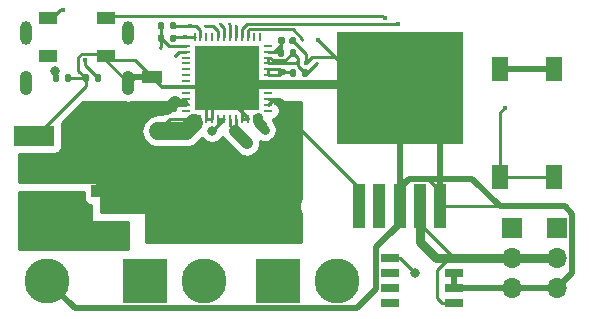
<source format=gbr>
G04 #@! TF.GenerationSoftware,KiCad,Pcbnew,(5.1.9)-1*
G04 #@! TF.CreationDate,2021-07-07T12:50:41-04:00*
G04 #@! TF.ProjectId,ESC_5A,4553435f-3541-42e6-9b69-6361645f7063,rev?*
G04 #@! TF.SameCoordinates,Original*
G04 #@! TF.FileFunction,Copper,L1,Top*
G04 #@! TF.FilePolarity,Positive*
%FSLAX46Y46*%
G04 Gerber Fmt 4.6, Leading zero omitted, Abs format (unit mm)*
G04 Created by KiCad (PCBNEW (5.1.9)-1) date 2021-07-07 12:50:41*
%MOMM*%
%LPD*%
G01*
G04 APERTURE LIST*
G04 #@! TA.AperFunction,SMDPad,CuDef*
%ADD10R,1.890000X1.140000*%
G04 #@! TD*
G04 #@! TA.AperFunction,ComponentPad*
%ADD11O,1.700000X1.700000*%
G04 #@! TD*
G04 #@! TA.AperFunction,ComponentPad*
%ADD12R,1.700000X1.700000*%
G04 #@! TD*
G04 #@! TA.AperFunction,SMDPad,CuDef*
%ADD13R,5.499999X5.499999*%
G04 #@! TD*
G04 #@! TA.AperFunction,SMDPad,CuDef*
%ADD14R,0.199200X0.704800*%
G04 #@! TD*
G04 #@! TA.AperFunction,SMDPad,CuDef*
%ADD15R,0.704800X0.199200*%
G04 #@! TD*
G04 #@! TA.AperFunction,SMDPad,CuDef*
%ADD16R,1.400000X2.100000*%
G04 #@! TD*
G04 #@! TA.AperFunction,ComponentPad*
%ADD17C,3.800000*%
G04 #@! TD*
G04 #@! TA.AperFunction,ComponentPad*
%ADD18R,3.800000X3.800000*%
G04 #@! TD*
G04 #@! TA.AperFunction,ComponentPad*
%ADD19O,1.050000X2.100000*%
G04 #@! TD*
G04 #@! TA.AperFunction,ComponentPad*
%ADD20O,1.000000X2.000000*%
G04 #@! TD*
G04 #@! TA.AperFunction,SMDPad,CuDef*
%ADD21R,10.750000X9.450000*%
G04 #@! TD*
G04 #@! TA.AperFunction,SMDPad,CuDef*
%ADD22R,1.000000X3.800000*%
G04 #@! TD*
G04 #@! TA.AperFunction,SMDPad,CuDef*
%ADD23R,1.500000X0.650000*%
G04 #@! TD*
G04 #@! TA.AperFunction,SMDPad,CuDef*
%ADD24R,1.500000X1.000000*%
G04 #@! TD*
G04 #@! TA.AperFunction,SMDPad,CuDef*
%ADD25R,0.460000X0.420000*%
G04 #@! TD*
G04 #@! TA.AperFunction,SMDPad,CuDef*
%ADD26R,3.400000X1.800000*%
G04 #@! TD*
G04 #@! TA.AperFunction,SMDPad,CuDef*
%ADD27R,1.820000X1.070000*%
G04 #@! TD*
G04 #@! TA.AperFunction,ViaPad*
%ADD28C,0.400000*%
G04 #@! TD*
G04 #@! TA.AperFunction,ViaPad*
%ADD29C,0.800000*%
G04 #@! TD*
G04 #@! TA.AperFunction,ViaPad*
%ADD30C,0.200000*%
G04 #@! TD*
G04 #@! TA.AperFunction,Conductor*
%ADD31C,0.250000*%
G04 #@! TD*
G04 #@! TA.AperFunction,Conductor*
%ADD32C,0.500000*%
G04 #@! TD*
G04 #@! TA.AperFunction,Conductor*
%ADD33C,0.750000*%
G04 #@! TD*
G04 #@! TA.AperFunction,Conductor*
%ADD34C,1.000000*%
G04 #@! TD*
G04 #@! TA.AperFunction,Conductor*
%ADD35C,1.500000*%
G04 #@! TD*
G04 #@! TA.AperFunction,Conductor*
%ADD36C,0.254000*%
G04 #@! TD*
G04 #@! TA.AperFunction,Conductor*
%ADD37C,0.100000*%
G04 #@! TD*
G04 APERTURE END LIST*
D10*
G04 #@! TO.P,Z1,2*
G04 #@! TO.N,PWR_IN*
X134855000Y-157910000D03*
G04 #@! TO.P,Z1,1*
G04 #@! TO.N,PWR*
X134855000Y-153710000D03*
G04 #@! TD*
D11*
G04 #@! TO.P,J6,3*
G04 #@! TO.N,GND*
X173355000Y-161925000D03*
G04 #@! TO.P,J6,2*
G04 #@! TO.N,+5V*
X173355000Y-159385000D03*
D12*
G04 #@! TO.P,J6,1*
G04 #@! TO.N,PPM_2*
X173355000Y-156845000D03*
G04 #@! TD*
D13*
G04 #@! TO.P,U1,49*
G04 #@! TO.N,GND*
X145415000Y-144145000D03*
D14*
G04 #@! TO.P,U1,48*
G04 #@! TO.N,LO2*
X142665000Y-140692602D03*
G04 #@! TO.P,U1,47*
G04 #@! TO.N,LO1*
X143164999Y-140692602D03*
G04 #@! TO.P,U1,46*
G04 #@! TO.N,Net-(U1-Pad46)*
X143665001Y-140692602D03*
G04 #@! TO.P,U1,45*
G04 #@! TO.N,Net-(U1-Pad45)*
X144165000Y-140692602D03*
G04 #@! TO.P,U1,44*
G04 #@! TO.N,INB2*
X144664999Y-140692602D03*
G04 #@! TO.P,U1,43*
G04 #@! TO.N,INB1*
X145165000Y-140692602D03*
G04 #@! TO.P,U1,42*
G04 #@! TO.N,INA2*
X145665000Y-140692602D03*
G04 #@! TO.P,U1,41*
G04 #@! TO.N,INA1*
X146165001Y-140692602D03*
G04 #@! TO.P,U1,40*
G04 #@! TO.N,PWMB*
X146665000Y-140692602D03*
G04 #@! TO.P,U1,39*
G04 #@! TO.N,PWMA*
X147164999Y-140692602D03*
G04 #@! TO.P,U1,38*
G04 #@! TO.N,Net-(U1-Pad38)*
X147665001Y-140692602D03*
G04 #@! TO.P,U1,37*
G04 #@! TO.N,Net-(U1-Pad37)*
X148165000Y-140692602D03*
D15*
G04 #@! TO.P,U1,36*
G04 #@! TO.N,Net-(U1-Pad36)*
X148867398Y-141395000D03*
G04 #@! TO.P,U1,35*
G04 #@! TO.N,OSCM*
X148867398Y-141894999D03*
G04 #@! TO.P,U1,34*
G04 #@! TO.N,TBLKAB*
X148867398Y-142395001D03*
G04 #@! TO.P,U1,33*
X148867398Y-142895000D03*
G04 #@! TO.P,U1,32*
G04 #@! TO.N,VREF*
X148867398Y-143394999D03*
G04 #@! TO.P,U1,31*
X148867398Y-143895000D03*
G04 #@! TO.P,U1,30*
G04 #@! TO.N,GND*
X148867398Y-144395000D03*
G04 #@! TO.P,U1,29*
X148867398Y-144895001D03*
G04 #@! TO.P,U1,28*
G04 #@! TO.N,Net-(U1-Pad28)*
X148867398Y-145395000D03*
G04 #@! TO.P,U1,27*
G04 #@! TO.N,PWR*
X148867398Y-145894999D03*
G04 #@! TO.P,U1,26*
X148867398Y-146395001D03*
G04 #@! TO.P,U1,25*
G04 #@! TO.N,Net-(U1-Pad25)*
X148867398Y-146895000D03*
D14*
G04 #@! TO.P,U1,24*
G04 #@! TO.N,MotorB_Neg*
X148165000Y-147597398D03*
G04 #@! TO.P,U1,23*
X147665001Y-147597398D03*
G04 #@! TO.P,U1,22*
G04 #@! TO.N,GND*
X147164999Y-147597398D03*
G04 #@! TO.P,U1,21*
X146665000Y-147597398D03*
G04 #@! TO.P,U1,20*
G04 #@! TO.N,ADC_VREFB*
X146165001Y-147597398D03*
G04 #@! TO.P,U1,19*
X145665000Y-147597398D03*
G04 #@! TO.P,U1,18*
G04 #@! TO.N,ADC_MUX_GND*
X145165000Y-147597398D03*
G04 #@! TO.P,U1,17*
X144664999Y-147597398D03*
G04 #@! TO.P,U1,16*
G04 #@! TO.N,GND*
X144165000Y-147597398D03*
G04 #@! TO.P,U1,15*
X143665001Y-147597398D03*
G04 #@! TO.P,U1,14*
G04 #@! TO.N,ADC_VREFA*
X143164999Y-147597398D03*
G04 #@! TO.P,U1,13*
X142665000Y-147597398D03*
D15*
G04 #@! TO.P,U1,12*
G04 #@! TO.N,Net-(U1-Pad12)*
X141962602Y-146895000D03*
G04 #@! TO.P,U1,11*
G04 #@! TO.N,PWR*
X141962602Y-146395001D03*
G04 #@! TO.P,U1,10*
X141962602Y-145894999D03*
G04 #@! TO.P,U1,9*
G04 #@! TO.N,Net-(U1-Pad9)*
X141962602Y-145395000D03*
G04 #@! TO.P,U1,8*
G04 #@! TO.N,GND*
X141962602Y-144895001D03*
G04 #@! TO.P,U1,7*
G04 #@! TO.N,Net-(U1-Pad7)*
X141962602Y-144395000D03*
G04 #@! TO.P,U1,6*
G04 #@! TO.N,Net-(U1-Pad6)*
X141962602Y-143895000D03*
G04 #@! TO.P,U1,5*
G04 #@! TO.N,Net-(U1-Pad5)*
X141962602Y-143394999D03*
G04 #@! TO.P,U1,4*
G04 #@! TO.N,Net-(U1-Pad4)*
X141962602Y-142895000D03*
G04 #@! TO.P,U1,3*
G04 #@! TO.N,Net-(U1-Pad3)*
X141962602Y-142395001D03*
G04 #@! TO.P,U1,2*
G04 #@! TO.N,HBMODE*
X141962602Y-141894999D03*
G04 #@! TO.P,U1,1*
G04 #@! TO.N,TBLKAB*
X141962602Y-141395000D03*
G04 #@! TD*
D16*
G04 #@! TO.P,S1,4*
G04 #@! TO.N,NRST*
X168565000Y-152505000D03*
G04 #@! TO.P,S1,3*
G04 #@! TO.N,GND*
X168565000Y-143405000D03*
G04 #@! TO.P,S1,2*
G04 #@! TO.N,NRST*
X173065000Y-152505000D03*
G04 #@! TO.P,S1,1*
G04 #@! TO.N,GND*
X173065000Y-143405000D03*
G04 #@! TD*
G04 #@! TO.P,R12,2*
G04 #@! TO.N,LO2*
G04 #@! TA.AperFunction,SMDPad,CuDef*
G36*
G01*
X140575000Y-140955000D02*
X140575000Y-140585000D01*
G75*
G02*
X140710000Y-140450000I135000J0D01*
G01*
X140980000Y-140450000D01*
G75*
G02*
X141115000Y-140585000I0J-135000D01*
G01*
X141115000Y-140955000D01*
G75*
G02*
X140980000Y-141090000I-135000J0D01*
G01*
X140710000Y-141090000D01*
G75*
G02*
X140575000Y-140955000I0J135000D01*
G01*
G37*
G04 #@! TD.AperFunction*
G04 #@! TO.P,R12,1*
G04 #@! TO.N,TBLKAB*
G04 #@! TA.AperFunction,SMDPad,CuDef*
G36*
G01*
X139555000Y-140955000D02*
X139555000Y-140585000D01*
G75*
G02*
X139690000Y-140450000I135000J0D01*
G01*
X139960000Y-140450000D01*
G75*
G02*
X140095000Y-140585000I0J-135000D01*
G01*
X140095000Y-140955000D01*
G75*
G02*
X139960000Y-141090000I-135000J0D01*
G01*
X139690000Y-141090000D01*
G75*
G02*
X139555000Y-140955000I0J135000D01*
G01*
G37*
G04 #@! TD.AperFunction*
G04 #@! TD*
G04 #@! TO.P,R11,2*
G04 #@! TO.N,LO1*
G04 #@! TA.AperFunction,SMDPad,CuDef*
G36*
G01*
X140575000Y-139885000D02*
X140575000Y-139515000D01*
G75*
G02*
X140710000Y-139380000I135000J0D01*
G01*
X140980000Y-139380000D01*
G75*
G02*
X141115000Y-139515000I0J-135000D01*
G01*
X141115000Y-139885000D01*
G75*
G02*
X140980000Y-140020000I-135000J0D01*
G01*
X140710000Y-140020000D01*
G75*
G02*
X140575000Y-139885000I0J135000D01*
G01*
G37*
G04 #@! TD.AperFunction*
G04 #@! TO.P,R11,1*
G04 #@! TO.N,TBLKAB*
G04 #@! TA.AperFunction,SMDPad,CuDef*
G36*
G01*
X139555000Y-139885000D02*
X139555000Y-139515000D01*
G75*
G02*
X139690000Y-139380000I135000J0D01*
G01*
X139960000Y-139380000D01*
G75*
G02*
X140095000Y-139515000I0J-135000D01*
G01*
X140095000Y-139885000D01*
G75*
G02*
X139960000Y-140020000I-135000J0D01*
G01*
X139690000Y-140020000D01*
G75*
G02*
X139555000Y-139885000I0J135000D01*
G01*
G37*
G04 #@! TD.AperFunction*
G04 #@! TD*
G04 #@! TO.P,R10,2*
G04 #@! TO.N,VREF*
G04 #@! TA.AperFunction,SMDPad,CuDef*
G36*
G01*
X150245000Y-143905000D02*
X149875000Y-143905000D01*
G75*
G02*
X149740000Y-143770000I0J135000D01*
G01*
X149740000Y-143500000D01*
G75*
G02*
X149875000Y-143365000I135000J0D01*
G01*
X150245000Y-143365000D01*
G75*
G02*
X150380000Y-143500000I0J-135000D01*
G01*
X150380000Y-143770000D01*
G75*
G02*
X150245000Y-143905000I-135000J0D01*
G01*
G37*
G04 #@! TD.AperFunction*
G04 #@! TO.P,R10,1*
G04 #@! TO.N,GND*
G04 #@! TA.AperFunction,SMDPad,CuDef*
G36*
G01*
X150245000Y-144925000D02*
X149875000Y-144925000D01*
G75*
G02*
X149740000Y-144790000I0J135000D01*
G01*
X149740000Y-144520000D01*
G75*
G02*
X149875000Y-144385000I135000J0D01*
G01*
X150245000Y-144385000D01*
G75*
G02*
X150380000Y-144520000I0J-135000D01*
G01*
X150380000Y-144790000D01*
G75*
G02*
X150245000Y-144925000I-135000J0D01*
G01*
G37*
G04 #@! TD.AperFunction*
G04 #@! TD*
G04 #@! TO.P,R8,2*
G04 #@! TO.N,TBLKAB*
G04 #@! TA.AperFunction,SMDPad,CuDef*
G36*
G01*
X151755000Y-143895000D02*
X151755000Y-143525000D01*
G75*
G02*
X151890000Y-143390000I135000J0D01*
G01*
X152160000Y-143390000D01*
G75*
G02*
X152295000Y-143525000I0J-135000D01*
G01*
X152295000Y-143895000D01*
G75*
G02*
X152160000Y-144030000I-135000J0D01*
G01*
X151890000Y-144030000D01*
G75*
G02*
X151755000Y-143895000I0J135000D01*
G01*
G37*
G04 #@! TD.AperFunction*
G04 #@! TO.P,R8,1*
G04 #@! TO.N,VREF*
G04 #@! TA.AperFunction,SMDPad,CuDef*
G36*
G01*
X150735000Y-143895000D02*
X150735000Y-143525000D01*
G75*
G02*
X150870000Y-143390000I135000J0D01*
G01*
X151140000Y-143390000D01*
G75*
G02*
X151275000Y-143525000I0J-135000D01*
G01*
X151275000Y-143895000D01*
G75*
G02*
X151140000Y-144030000I-135000J0D01*
G01*
X150870000Y-144030000D01*
G75*
G02*
X150735000Y-143895000I0J135000D01*
G01*
G37*
G04 #@! TD.AperFunction*
G04 #@! TD*
G04 #@! TO.P,R5,2*
G04 #@! TO.N,TBLKAB*
G04 #@! TA.AperFunction,SMDPad,CuDef*
G36*
G01*
X150735000Y-142175000D02*
X150735000Y-141805000D01*
G75*
G02*
X150870000Y-141670000I135000J0D01*
G01*
X151140000Y-141670000D01*
G75*
G02*
X151275000Y-141805000I0J-135000D01*
G01*
X151275000Y-142175000D01*
G75*
G02*
X151140000Y-142310000I-135000J0D01*
G01*
X150870000Y-142310000D01*
G75*
G02*
X150735000Y-142175000I0J135000D01*
G01*
G37*
G04 #@! TD.AperFunction*
G04 #@! TO.P,R5,1*
G04 #@! TO.N,OSCM*
G04 #@! TA.AperFunction,SMDPad,CuDef*
G36*
G01*
X149715000Y-142175000D02*
X149715000Y-141805000D01*
G75*
G02*
X149850000Y-141670000I135000J0D01*
G01*
X150120000Y-141670000D01*
G75*
G02*
X150255000Y-141805000I0J-135000D01*
G01*
X150255000Y-142175000D01*
G75*
G02*
X150120000Y-142310000I-135000J0D01*
G01*
X149850000Y-142310000D01*
G75*
G02*
X149715000Y-142175000I0J135000D01*
G01*
G37*
G04 #@! TD.AperFunction*
G04 #@! TD*
G04 #@! TO.P,R3,2*
G04 #@! TO.N,GND*
G04 #@! TA.AperFunction,SMDPad,CuDef*
G36*
G01*
X133745000Y-143960000D02*
X133745000Y-144330000D01*
G75*
G02*
X133610000Y-144465000I-135000J0D01*
G01*
X133340000Y-144465000D01*
G75*
G02*
X133205000Y-144330000I0J135000D01*
G01*
X133205000Y-143960000D01*
G75*
G02*
X133340000Y-143825000I135000J0D01*
G01*
X133610000Y-143825000D01*
G75*
G02*
X133745000Y-143960000I0J-135000D01*
G01*
G37*
G04 #@! TD.AperFunction*
G04 #@! TO.P,R3,1*
G04 #@! TO.N,Net-(J1-PadB5)*
G04 #@! TA.AperFunction,SMDPad,CuDef*
G36*
G01*
X134765000Y-143960000D02*
X134765000Y-144330000D01*
G75*
G02*
X134630000Y-144465000I-135000J0D01*
G01*
X134360000Y-144465000D01*
G75*
G02*
X134225000Y-144330000I0J135000D01*
G01*
X134225000Y-143960000D01*
G75*
G02*
X134360000Y-143825000I135000J0D01*
G01*
X134630000Y-143825000D01*
G75*
G02*
X134765000Y-143960000I0J-135000D01*
G01*
G37*
G04 #@! TD.AperFunction*
G04 #@! TD*
G04 #@! TO.P,R1,2*
G04 #@! TO.N,GND*
G04 #@! TA.AperFunction,SMDPad,CuDef*
G36*
G01*
X131685000Y-144330000D02*
X131685000Y-143960000D01*
G75*
G02*
X131820000Y-143825000I135000J0D01*
G01*
X132090000Y-143825000D01*
G75*
G02*
X132225000Y-143960000I0J-135000D01*
G01*
X132225000Y-144330000D01*
G75*
G02*
X132090000Y-144465000I-135000J0D01*
G01*
X131820000Y-144465000D01*
G75*
G02*
X131685000Y-144330000I0J135000D01*
G01*
G37*
G04 #@! TD.AperFunction*
G04 #@! TO.P,R1,1*
G04 #@! TO.N,Net-(J1-PadA5)*
G04 #@! TA.AperFunction,SMDPad,CuDef*
G36*
G01*
X130665000Y-144330000D02*
X130665000Y-143960000D01*
G75*
G02*
X130800000Y-143825000I135000J0D01*
G01*
X131070000Y-143825000D01*
G75*
G02*
X131205000Y-143960000I0J-135000D01*
G01*
X131205000Y-144330000D01*
G75*
G02*
X131070000Y-144465000I-135000J0D01*
G01*
X130800000Y-144465000D01*
G75*
G02*
X130665000Y-144330000I0J135000D01*
G01*
G37*
G04 #@! TD.AperFunction*
G04 #@! TD*
D17*
G04 #@! TO.P,J5,2*
G04 #@! TO.N,GND*
X130175000Y-161310000D03*
D18*
G04 #@! TO.P,J5,1*
G04 #@! TO.N,PWR_IN*
X130175000Y-156310000D03*
G04 #@! TD*
D17*
G04 #@! TO.P,J4,2*
G04 #@! TO.N,MotorB_Neg*
X154760000Y-161290000D03*
D18*
G04 #@! TO.P,J4,1*
G04 #@! TO.N,ADC_2*
X149760000Y-161290000D03*
G04 #@! TD*
D17*
G04 #@! TO.P,J3,2*
G04 #@! TO.N,ADC_3*
X143430000Y-161290000D03*
D18*
G04 #@! TO.P,J3,1*
G04 #@! TO.N,ADC_1*
X138430000Y-161290000D03*
G04 #@! TD*
D11*
G04 #@! TO.P,J2,3*
G04 #@! TO.N,GND*
X169545000Y-161925000D03*
G04 #@! TO.P,J2,2*
G04 #@! TO.N,+5V*
X169545000Y-159385000D03*
D12*
G04 #@! TO.P,J2,1*
G04 #@! TO.N,PPM_1*
X169545000Y-156845000D03*
G04 #@! TD*
D19*
G04 #@! TO.P,J1,S4*
G04 #@! TO.N,GND*
X137035000Y-144515000D03*
G04 #@! TO.P,J1,S1*
X128395000Y-144515000D03*
D20*
G04 #@! TO.P,J1,S3*
X137035000Y-140335000D03*
G04 #@! TO.P,J1,S2*
X128395000Y-140335000D03*
G04 #@! TD*
D21*
G04 #@! TO.P,IC3,6*
G04 #@! TO.N,GND*
X160020000Y-145002000D03*
D22*
G04 #@! TO.P,IC3,5*
X163420000Y-155002000D03*
G04 #@! TO.P,IC3,4*
G04 #@! TO.N,+5V*
X161720000Y-155002000D03*
G04 #@! TO.P,IC3,3*
G04 #@! TO.N,GND*
X160020000Y-155002000D03*
G04 #@! TO.P,IC3,2*
G04 #@! TO.N,Net-(D2-Pad1)*
X158320000Y-155002000D03*
G04 #@! TO.P,IC3,1*
G04 #@! TO.N,PWR*
X156620000Y-155002000D03*
G04 #@! TD*
D23*
G04 #@! TO.P,IC2,8*
G04 #@! TO.N,+5V*
X164625000Y-159385000D03*
G04 #@! TO.P,IC2,7*
G04 #@! TO.N,GND*
X164625000Y-160655000D03*
G04 #@! TO.P,IC2,6*
X164625000Y-161925000D03*
G04 #@! TO.P,IC2,5*
G04 #@! TO.N,+5V*
X164625000Y-163195000D03*
G04 #@! TO.P,IC2,4*
G04 #@! TO.N,Net-(IC2-Pad4)*
X159225000Y-163195000D03*
G04 #@! TO.P,IC2,3*
G04 #@! TO.N,Net-(IC2-Pad3)*
X159225000Y-161925000D03*
G04 #@! TO.P,IC2,2*
G04 #@! TO.N,Net-(IC2-Pad2)*
X159225000Y-160655000D03*
G04 #@! TO.P,IC2,1*
G04 #@! TO.N,+3V3*
X159225000Y-159385000D03*
G04 #@! TD*
D24*
G04 #@! TO.P,D1,1*
G04 #@! TO.N,RGB_PWR*
X130265000Y-139070000D03*
G04 #@! TO.P,D1,2*
G04 #@! TO.N,Net-(D1-Pad2)*
X130265000Y-142270000D03*
G04 #@! TO.P,D1,4*
G04 #@! TO.N,RGB_DATA*
X135165000Y-139070000D03*
G04 #@! TO.P,D1,3*
G04 #@! TO.N,GND*
X135165000Y-142270000D03*
G04 #@! TD*
D25*
G04 #@! TO.P,C13,2*
G04 #@! TO.N,TBLKAB*
X151435000Y-142875000D03*
G04 #@! TO.P,C13,1*
G04 #@! TO.N,GND*
X152095000Y-142875000D03*
G04 #@! TD*
G04 #@! TO.P,C12,2*
G04 #@! TO.N,GND*
G04 #@! TA.AperFunction,SMDPad,CuDef*
G36*
G01*
X150695000Y-141140000D02*
X150695000Y-140800000D01*
G75*
G02*
X150835000Y-140660000I140000J0D01*
G01*
X151115000Y-140660000D01*
G75*
G02*
X151255000Y-140800000I0J-140000D01*
G01*
X151255000Y-141140000D01*
G75*
G02*
X151115000Y-141280000I-140000J0D01*
G01*
X150835000Y-141280000D01*
G75*
G02*
X150695000Y-141140000I0J140000D01*
G01*
G37*
G04 #@! TD.AperFunction*
G04 #@! TO.P,C12,1*
G04 #@! TO.N,OSCM*
G04 #@! TA.AperFunction,SMDPad,CuDef*
G36*
G01*
X149735000Y-141140000D02*
X149735000Y-140800000D01*
G75*
G02*
X149875000Y-140660000I140000J0D01*
G01*
X150155000Y-140660000D01*
G75*
G02*
X150295000Y-140800000I0J-140000D01*
G01*
X150295000Y-141140000D01*
G75*
G02*
X150155000Y-141280000I-140000J0D01*
G01*
X149875000Y-141280000D01*
G75*
G02*
X149735000Y-141140000I0J140000D01*
G01*
G37*
G04 #@! TD.AperFunction*
G04 #@! TD*
D26*
G04 #@! TO.P,C11,2*
G04 #@! TO.N,GND*
X129080000Y-149025000D03*
G04 #@! TO.P,C11,1*
G04 #@! TO.N,PWR*
X135080000Y-149025000D03*
G04 #@! TD*
D27*
G04 #@! TO.P,C3,2*
G04 #@! TO.N,GND*
X139065000Y-144035000D03*
G04 #@! TO.P,C3,1*
G04 #@! TO.N,PWR*
X139065000Y-146795000D03*
G04 #@! TD*
D28*
G04 #@! TO.N,NRST*
X168910000Y-146685000D03*
D29*
G04 #@! TO.N,GND*
X164465000Y-140970000D03*
X163195000Y-142240000D03*
X155575000Y-146685000D03*
X144145000Y-144145000D03*
X143310000Y-143945000D03*
D28*
X164465000Y-160655000D03*
D29*
X143470399Y-144819601D03*
D28*
X153073927Y-140901464D03*
D29*
X135192500Y-142177500D03*
X128905000Y-149225000D03*
X172825000Y-143405000D03*
D28*
G04 #@! TO.N,+3V3*
X158815000Y-159320000D03*
D29*
X161290000Y-160655000D03*
D28*
G04 #@! TO.N,+5V*
X161720000Y-155780000D03*
X161720000Y-155002000D03*
D30*
G04 #@! TO.N,TBLKAB*
X139700000Y-141605000D03*
X153030066Y-142879934D03*
D28*
G04 #@! TO.N,RGB_PWR*
X131505011Y-138369989D03*
G04 #@! TO.N,RGB_DATA*
X158774810Y-139040190D03*
G04 #@! TO.N,Net-(D2-Pad1)*
X158115000Y-155575000D03*
X158115000Y-156210000D03*
D30*
G04 #@! TO.N,HBMODE*
X140970000Y-142240000D03*
D28*
G04 #@! TO.N,PWMB*
X159885191Y-139565191D03*
D30*
G04 #@! TO.N,PWMA*
X151796529Y-140938471D03*
G04 #@! TO.N,INB2*
X143513630Y-139696370D03*
G04 #@! TO.N,INB1*
X144845958Y-139594095D03*
G04 #@! TO.N,INA2*
X145580438Y-139592144D03*
G04 #@! TO.N,INA1*
X146190000Y-139726463D03*
D29*
G04 #@! TO.N,ADC_VREFB*
X147099154Y-149639154D03*
G04 #@! TO.N,ADC_VREFA*
X139559345Y-148603001D03*
G04 #@! TO.N,ADC_MUX_GND*
X144145000Y-148590000D03*
D28*
G04 #@! TO.N,LO2*
X141882398Y-140692602D03*
G04 #@! TO.N,LO1*
X142240000Y-139700000D03*
D29*
G04 #@! TO.N,Net-(J1-PadA5)*
X130810000Y-143510000D03*
D28*
G04 #@! TO.N,Net-(J1-PadB5)*
X133350000Y-142614990D03*
D29*
G04 #@! TO.N,MotorB_Neg*
X148590000Y-148522397D03*
G04 #@! TO.N,PWR*
X135890000Y-153035000D03*
G04 #@! TD*
D31*
G04 #@! TO.N,NRST*
X173065000Y-152505000D02*
X168565000Y-152505000D01*
X168565000Y-147030000D02*
X168910000Y-146685000D01*
X168565000Y-152505000D02*
X168565000Y-147030000D01*
G04 #@! TO.N,GND*
X143665001Y-147597398D02*
X144165000Y-147597398D01*
X144165000Y-145395000D02*
X145415000Y-144145000D01*
X144165000Y-147597398D02*
X144165000Y-145395000D01*
X143665001Y-145894999D02*
X145415000Y-144145000D01*
X143665001Y-147597398D02*
X143665001Y-145894999D01*
X144664999Y-144895001D02*
X145415000Y-144145000D01*
X141962602Y-144895001D02*
X144664999Y-144895001D01*
X146165001Y-144895001D02*
X145415000Y-144145000D01*
X148867398Y-144895001D02*
X146165001Y-144895001D01*
X145665000Y-144395000D02*
X145415000Y-144145000D01*
X148867398Y-144395000D02*
X145665000Y-144395000D01*
X148867398Y-144395000D02*
X148867398Y-144895001D01*
X146665000Y-147597398D02*
X147164999Y-147597398D01*
X145415000Y-145725002D02*
X145415000Y-144145000D01*
X147164999Y-147475001D02*
X145415000Y-145725002D01*
X147164999Y-147597398D02*
X147164999Y-147475001D01*
X146665000Y-145395000D02*
X145415000Y-144145000D01*
X146665000Y-147597398D02*
X146665000Y-145395000D01*
X149819999Y-144895001D02*
X150060000Y-144655000D01*
X148867398Y-144895001D02*
X149819999Y-144895001D01*
X149800000Y-144395000D02*
X150060000Y-144655000D01*
X148867398Y-144395000D02*
X149800000Y-144395000D01*
X152095000Y-142090000D02*
X152095000Y-142875000D01*
X150975000Y-140970000D02*
X152095000Y-142090000D01*
X150060000Y-144655000D02*
X152050554Y-144655000D01*
X157893000Y-142875000D02*
X160020000Y-145002000D01*
X159103544Y-144085544D02*
X160020000Y-145002000D01*
X144740399Y-144819601D02*
X145415000Y-144145000D01*
X139849601Y-144819601D02*
X143470399Y-144819601D01*
X139065000Y-144035000D02*
X139849601Y-144819601D01*
X139925001Y-144895001D02*
X141962602Y-144895001D01*
X139065000Y-144035000D02*
X139925001Y-144895001D01*
X164625000Y-161925000D02*
X164625000Y-160655000D01*
X163420000Y-155002000D02*
X169987002Y-155002000D01*
X173355000Y-161925000D02*
X169545000Y-161925000D01*
X169545000Y-161925000D02*
X164625000Y-161925000D01*
X163420000Y-153716998D02*
X163420000Y-155002000D01*
X162480001Y-152776999D02*
X163420000Y-153716998D01*
X160095001Y-152776999D02*
X162480001Y-152776999D01*
X160020000Y-152852000D02*
X160095001Y-152776999D01*
X160020000Y-155002000D02*
X160020000Y-152852000D01*
D32*
X160020000Y-155002000D02*
X160020000Y-145002000D01*
X163420000Y-148402000D02*
X160020000Y-145002000D01*
X163420000Y-155002000D02*
X163420000Y-148402000D01*
D33*
X159623010Y-144605010D02*
X160020000Y-145002000D01*
X145875010Y-144605010D02*
X159623010Y-144605010D01*
X145415000Y-144145000D02*
X145875010Y-144605010D01*
D31*
X143470399Y-144819601D02*
X144740399Y-144819601D01*
D32*
X137515000Y-144035000D02*
X137035000Y-144515000D01*
X139065000Y-144035000D02*
X137515000Y-144035000D01*
D31*
X157372933Y-142354933D02*
X160020000Y-145002000D01*
X152615067Y-142354933D02*
X157372933Y-142354933D01*
X152095000Y-142875000D02*
X152615067Y-142354933D01*
X157174463Y-145002000D02*
X160020000Y-145002000D01*
X153073927Y-140901464D02*
X157174463Y-145002000D01*
X137600000Y-142570000D02*
X139065000Y-144035000D01*
X135165000Y-142570000D02*
X137600000Y-142570000D01*
X135165000Y-142645000D02*
X137035000Y-144515000D01*
X135165000Y-142570000D02*
X135165000Y-142645000D01*
X135165000Y-142570000D02*
X134925000Y-142570000D01*
X131955000Y-144145000D02*
X133475000Y-144145000D01*
X133475000Y-144830000D02*
X129080000Y-149225000D01*
X133475000Y-144145000D02*
X133475000Y-144830000D01*
X134984989Y-142089989D02*
X135165000Y-142270000D01*
X133097999Y-142089989D02*
X134984989Y-142089989D01*
X132824999Y-142362989D02*
X133097999Y-142089989D01*
X132824999Y-143494999D02*
X132824999Y-142362989D01*
X133475000Y-144145000D02*
X132824999Y-143494999D01*
D32*
X168501998Y-155002000D02*
X169987002Y-155002000D01*
X166151997Y-152651999D02*
X168501998Y-155002000D01*
X160859999Y-152651999D02*
X166151997Y-152651999D01*
X160020000Y-153491998D02*
X160859999Y-152651999D01*
X160020000Y-155002000D02*
X160020000Y-153491998D01*
X174655001Y-160624999D02*
X173355000Y-161925000D01*
X174655001Y-155634999D02*
X174655001Y-160624999D01*
X174022002Y-155002000D02*
X174655001Y-155634999D01*
X169987002Y-155002000D02*
X174022002Y-155002000D01*
X173065000Y-143405000D02*
X172825000Y-143405000D01*
X172825000Y-143405000D02*
X168565000Y-143405000D01*
X160020000Y-156512002D02*
X160020000Y-155002000D01*
X159180001Y-157352001D02*
X160020000Y-156512002D01*
X160020000Y-156402000D02*
X160020000Y-155002000D01*
X158024999Y-158397001D02*
X160020000Y-156402000D01*
X158024999Y-162015001D02*
X158024999Y-158397001D01*
X156399999Y-163640001D02*
X158024999Y-162015001D01*
X132505001Y-163640001D02*
X156399999Y-163640001D01*
X130175000Y-161310000D02*
X132505001Y-163640001D01*
X173355000Y-161925000D02*
X164625000Y-161925000D01*
X164625000Y-160815000D02*
X164465000Y-160655000D01*
X164625000Y-161925000D02*
X164625000Y-160815000D01*
D31*
G04 #@! TO.N,+3V3*
X160020000Y-159385000D02*
X159225000Y-159385000D01*
X161290000Y-160655000D02*
X160020000Y-159385000D01*
D34*
G04 #@! TO.N,PWR_IN*
X133255000Y-156310000D02*
X134855000Y-157910000D01*
X130175000Y-156310000D02*
X133255000Y-156310000D01*
D31*
G04 #@! TO.N,+5V*
X163549999Y-160069999D02*
X164234998Y-159385000D01*
X163625000Y-163195000D02*
X163195000Y-162765000D01*
X164625000Y-163195000D02*
X163625000Y-163195000D01*
X164234998Y-159385000D02*
X164625000Y-159385000D01*
X163195000Y-160424998D02*
X164234998Y-159385000D01*
X163195000Y-162765000D02*
X163195000Y-160424998D01*
X161720000Y-156480000D02*
X164625000Y-159385000D01*
X161720000Y-155002000D02*
X161720000Y-155002000D01*
X161720000Y-155780000D02*
X161720000Y-156480000D01*
X161720000Y-155002000D02*
X161720000Y-155780000D01*
D33*
X164625000Y-159385000D02*
X169545000Y-159385000D01*
X169545000Y-159385000D02*
X173355000Y-159385000D01*
X161720000Y-157980000D02*
X161720000Y-155002000D01*
X163125000Y-159385000D02*
X161720000Y-157980000D01*
X164625000Y-159385000D02*
X163125000Y-159385000D01*
D31*
G04 #@! TO.N,OSCM*
X149889999Y-141894999D02*
X149985000Y-141990000D01*
X148867398Y-141894999D02*
X149889999Y-141894999D01*
X149985000Y-141000000D02*
X150015000Y-140970000D01*
X149985000Y-141990000D02*
X149985000Y-141000000D01*
X150015000Y-141284400D02*
X150015000Y-140970000D01*
X149404401Y-141894999D02*
X150015000Y-141284400D01*
X148867398Y-141894999D02*
X149404401Y-141894999D01*
G04 #@! TO.N,TBLKAB*
X151435000Y-143120000D02*
X151435000Y-142875000D01*
X152025000Y-143710000D02*
X151435000Y-143120000D01*
X151435000Y-142420000D02*
X151005000Y-141990000D01*
X151435000Y-142875000D02*
X151435000Y-142420000D01*
X148867398Y-142895000D02*
X148867398Y-142395001D01*
X150359990Y-142635010D02*
X151005000Y-141990000D01*
X149310008Y-142635010D02*
X150359990Y-142635010D01*
X149069999Y-142395001D02*
X149310008Y-142635010D01*
X148867398Y-142395001D02*
X149069999Y-142395001D01*
X151415000Y-142895000D02*
X151435000Y-142875000D01*
X148867398Y-142895000D02*
X151415000Y-142895000D01*
X139825000Y-141480000D02*
X139700000Y-141605000D01*
X139825000Y-140770000D02*
X139825000Y-141480000D01*
X139825000Y-140770000D02*
X139825000Y-139700000D01*
X152200000Y-143710000D02*
X152025000Y-143710000D01*
X153030066Y-142879934D02*
X152200000Y-143710000D01*
X140470010Y-141415010D02*
X139825000Y-140770000D01*
X141203781Y-141415010D02*
X140470010Y-141415010D01*
X141223791Y-141395000D02*
X141203781Y-141415010D01*
X141962602Y-141395000D02*
X141223791Y-141395000D01*
G04 #@! TO.N,RGB_PWR*
X131265011Y-138369989D02*
X130265000Y-139370000D01*
X131505011Y-138369989D02*
X131265011Y-138369989D01*
G04 #@! TO.N,RGB_DATA*
X135694809Y-138840191D02*
X135165000Y-139370000D01*
X158774810Y-139040190D02*
X158574811Y-138840191D01*
X158574811Y-138840191D02*
X135694809Y-138840191D01*
G04 #@! TO.N,Net-(D2-Pad1)*
X158320000Y-155002000D02*
X158320000Y-154510000D01*
X158115000Y-154715000D02*
X158115000Y-156210000D01*
X158320000Y-154510000D02*
X158115000Y-154715000D01*
X158115000Y-155207000D02*
X158320000Y-155002000D01*
X158115000Y-155575000D02*
X158115000Y-155207000D01*
G04 #@! TO.N,HBMODE*
X141015201Y-142240000D02*
X140970000Y-142240000D01*
X141360202Y-141894999D02*
X141015201Y-142240000D01*
X141962602Y-141894999D02*
X141360202Y-141894999D01*
G04 #@! TO.N,PWMB*
X147119000Y-139565191D02*
X159885191Y-139565191D01*
X146665000Y-140019191D02*
X147119000Y-139565191D01*
X146665000Y-140692602D02*
X146665000Y-140019191D01*
X159885191Y-139565191D02*
X159885191Y-139565191D01*
G04 #@! TO.N,PWMA*
X147305400Y-140015201D02*
X149540201Y-140015201D01*
X147164999Y-140155602D02*
X147305400Y-140015201D01*
X147164999Y-140692602D02*
X147164999Y-140155602D01*
X151796529Y-140823903D02*
X151796529Y-140938471D01*
X150987827Y-140015201D02*
X151796529Y-140823903D01*
X147305400Y-140015201D02*
X150987827Y-140015201D01*
G04 #@! TO.N,INB2*
X144664999Y-140155599D02*
X144664999Y-140692602D01*
X144205770Y-139696370D02*
X144664999Y-140155599D01*
X143513630Y-139696370D02*
X144205770Y-139696370D01*
G04 #@! TO.N,INB1*
X145165000Y-139913137D02*
X145165000Y-140692602D01*
X144845958Y-139594095D02*
X145165000Y-139913137D01*
G04 #@! TO.N,INA2*
X145665000Y-139676706D02*
X145665000Y-140692602D01*
X145580438Y-139592144D02*
X145665000Y-139676706D01*
G04 #@! TO.N,INA1*
X146190000Y-140667603D02*
X146165001Y-140692602D01*
X146190000Y-139726463D02*
X146190000Y-140667603D01*
G04 #@! TO.N,ADC_VREFB*
X145665000Y-148205000D02*
X147099154Y-149639154D01*
X145665000Y-147597398D02*
X145665000Y-148205000D01*
X146165001Y-148705001D02*
X147099154Y-149639154D01*
X146165001Y-147597398D02*
X146165001Y-148705001D01*
D34*
X147099154Y-149639154D02*
X146050000Y-148590000D01*
D31*
G04 #@! TO.N,ADC_VREFA*
X142240000Y-148522397D02*
X142240000Y-148522397D01*
X142240000Y-147955000D02*
X142240000Y-148522397D01*
X142597602Y-147597398D02*
X142240000Y-147955000D01*
X142665000Y-147597398D02*
X142597602Y-147597398D01*
X142240000Y-148522397D02*
X143164999Y-147597398D01*
X140564948Y-147597398D02*
X139559345Y-148603001D01*
X142665000Y-147597398D02*
X140564948Y-147597398D01*
X142159396Y-148603001D02*
X143164999Y-147597398D01*
X139559345Y-148603001D02*
X142159396Y-148603001D01*
D34*
X141756600Y-148603001D02*
X142665000Y-147694601D01*
X139559345Y-148603001D02*
X141756600Y-148603001D01*
D35*
X141931591Y-148603001D02*
X142589991Y-147944601D01*
X139559345Y-148603001D02*
X141931591Y-148603001D01*
D31*
G04 #@! TO.N,ADC_MUX_GND*
X144664999Y-147597398D02*
X145165000Y-147597398D01*
X144664999Y-147597398D02*
X144664999Y-148070001D01*
X144664999Y-148070001D02*
X144145000Y-148590000D01*
X144172398Y-148590000D02*
X145165000Y-147597398D01*
X144145000Y-148590000D02*
X144172398Y-148590000D01*
X144145000Y-148590000D02*
X144145000Y-148590000D01*
G04 #@! TO.N,LO2*
X140922398Y-140692602D02*
X140845000Y-140770000D01*
X142665000Y-140692602D02*
X141882398Y-140692602D01*
X141882398Y-140692602D02*
X140922398Y-140692602D01*
G04 #@! TO.N,LO1*
X142774797Y-139700000D02*
X142240000Y-139700000D01*
X143164999Y-140090202D02*
X142774797Y-139700000D01*
X143164999Y-140692602D02*
X143164999Y-140090202D01*
X142240000Y-139700000D02*
X140845000Y-139700000D01*
G04 #@! TO.N,Net-(J1-PadA5)*
X130810000Y-144020000D02*
X130935000Y-144145000D01*
X130810000Y-143510000D02*
X130810000Y-144020000D01*
G04 #@! TO.N,Net-(J1-PadB5)*
X133350000Y-143000000D02*
X134495000Y-144145000D01*
X133350000Y-142614990D02*
X133350000Y-143000000D01*
G04 #@! TO.N,MotorB_Neg*
X148590000Y-148522397D02*
X148590000Y-148522397D01*
X148590000Y-147955000D02*
X148590000Y-148522397D01*
X148232398Y-147597398D02*
X148590000Y-147955000D01*
X148165000Y-147597398D02*
X148232398Y-147597398D01*
X148590000Y-148522397D02*
X147665001Y-147597398D01*
D33*
X148022603Y-147955000D02*
X148022603Y-147470001D01*
X148022603Y-147955000D02*
X148590000Y-148522397D01*
D31*
G04 #@! TO.N,VREF*
X148867398Y-143895000D02*
X148867398Y-143394999D01*
X149819999Y-143394999D02*
X150060000Y-143635000D01*
X148867398Y-143394999D02*
X149819999Y-143394999D01*
X149800000Y-143895000D02*
X150060000Y-143635000D01*
X148867398Y-143895000D02*
X149800000Y-143895000D01*
X150930000Y-143635000D02*
X151005000Y-143710000D01*
X150060000Y-143635000D02*
X150930000Y-143635000D01*
G04 #@! TO.N,PWR*
X141259999Y-146395001D02*
X141962602Y-146395001D01*
X141962602Y-145894999D02*
X141760001Y-145894999D01*
X148867398Y-145894999D02*
X149704999Y-145894999D01*
X149704999Y-145894999D02*
X149860000Y-146050000D01*
X149212399Y-146050000D02*
X148867398Y-146395001D01*
X149860000Y-146050000D02*
X149212399Y-146050000D01*
X141760001Y-145894999D02*
X141605000Y-146050000D01*
X141605000Y-146050000D02*
X141259999Y-146395001D01*
D32*
X149860000Y-146050000D02*
X150495000Y-146685000D01*
D31*
X156620000Y-153445000D02*
X150495000Y-147320000D01*
X156620000Y-155002000D02*
X156620000Y-153445000D01*
D34*
X150495000Y-146685000D02*
X150495000Y-147320000D01*
X140895000Y-155040000D02*
X135080000Y-149225000D01*
X143700399Y-155040000D02*
X140895000Y-155040000D01*
X135255000Y-149400000D02*
X135080000Y-149225000D01*
X134855000Y-149250000D02*
X135080000Y-149025000D01*
X134855000Y-153710000D02*
X134855000Y-149250000D01*
X136835000Y-149025000D02*
X139065000Y-146795000D01*
X135080000Y-149025000D02*
X136835000Y-149025000D01*
X140350600Y-146795000D02*
X141000600Y-146145000D01*
X139065000Y-146795000D02*
X140350600Y-146795000D01*
D32*
X141900399Y-146345399D02*
X141962602Y-146345399D01*
X141700000Y-146145000D02*
X141900399Y-146345399D01*
X141000600Y-146145000D02*
X141700000Y-146145000D01*
D33*
X135215000Y-153710000D02*
X135890000Y-153035000D01*
X134855000Y-153710000D02*
X135215000Y-153710000D01*
D34*
X145950000Y-155040000D02*
X140895000Y-155040000D01*
X150495000Y-150495000D02*
X145950000Y-155040000D01*
X150495000Y-147320000D02*
X150495000Y-150495000D01*
G04 #@! TD*
D36*
G04 #@! TO.N,PWR*
X136807601Y-146183215D02*
X137035000Y-146205612D01*
X137262400Y-146183215D01*
X137282888Y-146177000D01*
X141461286Y-146177000D01*
X141366022Y-146205898D01*
X141255708Y-146264863D01*
X141159017Y-146344215D01*
X141079665Y-146440906D01*
X141020700Y-146551220D01*
X140984390Y-146670918D01*
X140972130Y-146795400D01*
X140972130Y-146837398D01*
X140602270Y-146837398D01*
X140564947Y-146833722D01*
X140527624Y-146837398D01*
X140527615Y-146837398D01*
X140415962Y-146848395D01*
X140272701Y-146891852D01*
X140140672Y-146962424D01*
X140140670Y-146962425D01*
X140140671Y-146962425D01*
X140053944Y-147033599D01*
X140053940Y-147033603D01*
X140024947Y-147057397D01*
X140001153Y-147086390D01*
X139869542Y-147218001D01*
X139491308Y-147218001D01*
X139287838Y-147238041D01*
X139026764Y-147317237D01*
X138786157Y-147445844D01*
X138575264Y-147618920D01*
X138402188Y-147829813D01*
X138273581Y-148070420D01*
X138194385Y-148331494D01*
X138167644Y-148603001D01*
X138194385Y-148874508D01*
X138273581Y-149135582D01*
X138402188Y-149376189D01*
X138575264Y-149587082D01*
X138786157Y-149760158D01*
X139026764Y-149888765D01*
X139287838Y-149967961D01*
X139491308Y-149988001D01*
X141863562Y-149988001D01*
X141931591Y-149994701D01*
X141999620Y-149988001D01*
X141999628Y-149988001D01*
X142203098Y-149967961D01*
X142464172Y-149888765D01*
X142704779Y-149760158D01*
X142915672Y-149587082D01*
X142959045Y-149534232D01*
X143301986Y-149191291D01*
X143341063Y-149249774D01*
X143485226Y-149393937D01*
X143654744Y-149507205D01*
X143843102Y-149585226D01*
X144043061Y-149625000D01*
X144246939Y-149625000D01*
X144446898Y-149585226D01*
X144635256Y-149507205D01*
X144804774Y-149393937D01*
X144948937Y-149249774D01*
X145041583Y-149111119D01*
X145101717Y-149223622D01*
X145208012Y-149353143D01*
X146336010Y-150481142D01*
X146465531Y-150587438D01*
X146662707Y-150692830D01*
X146876655Y-150757731D01*
X147099154Y-150779645D01*
X147321653Y-150757731D01*
X147535600Y-150692830D01*
X147732776Y-150587438D01*
X147905603Y-150445603D01*
X148047438Y-150272776D01*
X148152830Y-150075600D01*
X148217731Y-149861653D01*
X148239645Y-149639154D01*
X148225105Y-149491529D01*
X148288102Y-149517623D01*
X148488061Y-149557397D01*
X148691939Y-149557397D01*
X148891898Y-149517623D01*
X149080256Y-149439602D01*
X149249774Y-149326334D01*
X149393937Y-149182171D01*
X149507205Y-149012653D01*
X149585226Y-148824295D01*
X149625000Y-148624336D01*
X149625000Y-148420458D01*
X149585226Y-148220499D01*
X149507205Y-148032141D01*
X149393937Y-147862623D01*
X149339186Y-147807872D01*
X149339003Y-147806014D01*
X149295546Y-147662753D01*
X149276483Y-147627089D01*
X149344280Y-147620412D01*
X149463978Y-147584102D01*
X149574292Y-147525137D01*
X149670983Y-147445785D01*
X149750335Y-147349094D01*
X149809300Y-147238780D01*
X149845610Y-147119082D01*
X149857870Y-146994600D01*
X149857870Y-146795400D01*
X149845610Y-146670918D01*
X149809300Y-146551220D01*
X149750335Y-146440906D01*
X149670983Y-146344215D01*
X149574292Y-146264863D01*
X149463978Y-146205898D01*
X149368714Y-146177000D01*
X151638000Y-146177000D01*
X151638000Y-154346223D01*
X151601675Y-154433919D01*
X151535000Y-154769117D01*
X151535000Y-155110883D01*
X151601675Y-155446081D01*
X151638000Y-155533777D01*
X151638000Y-157988000D01*
X138557000Y-157988000D01*
X138557000Y-155575000D01*
X138554560Y-155550224D01*
X138547333Y-155526399D01*
X138535597Y-155504443D01*
X138519803Y-155485197D01*
X138500557Y-155469403D01*
X138478601Y-155457667D01*
X138454776Y-155450440D01*
X138430000Y-155448000D01*
X134747000Y-155448000D01*
X134747000Y-153035000D01*
X134744560Y-153010224D01*
X134737333Y-152986399D01*
X134725597Y-152964443D01*
X134709803Y-152945197D01*
X134690557Y-152929403D01*
X134668601Y-152917667D01*
X134644776Y-152910440D01*
X134620000Y-152908000D01*
X127762000Y-152908000D01*
X127762000Y-150563072D01*
X130780000Y-150563072D01*
X130904482Y-150550812D01*
X131024180Y-150514502D01*
X131134494Y-150455537D01*
X131231185Y-150376185D01*
X131310537Y-150279494D01*
X131369502Y-150169180D01*
X131405812Y-150049482D01*
X131418072Y-149925000D01*
X131418072Y-148125000D01*
X131405812Y-148000518D01*
X131399638Y-147980164D01*
X133202802Y-146177000D01*
X136787113Y-146177000D01*
X136807601Y-146183215D01*
G04 #@! TA.AperFunction,Conductor*
D37*
G36*
X136807601Y-146183215D02*
G01*
X137035000Y-146205612D01*
X137262400Y-146183215D01*
X137282888Y-146177000D01*
X141461286Y-146177000D01*
X141366022Y-146205898D01*
X141255708Y-146264863D01*
X141159017Y-146344215D01*
X141079665Y-146440906D01*
X141020700Y-146551220D01*
X140984390Y-146670918D01*
X140972130Y-146795400D01*
X140972130Y-146837398D01*
X140602270Y-146837398D01*
X140564947Y-146833722D01*
X140527624Y-146837398D01*
X140527615Y-146837398D01*
X140415962Y-146848395D01*
X140272701Y-146891852D01*
X140140672Y-146962424D01*
X140140670Y-146962425D01*
X140140671Y-146962425D01*
X140053944Y-147033599D01*
X140053940Y-147033603D01*
X140024947Y-147057397D01*
X140001153Y-147086390D01*
X139869542Y-147218001D01*
X139491308Y-147218001D01*
X139287838Y-147238041D01*
X139026764Y-147317237D01*
X138786157Y-147445844D01*
X138575264Y-147618920D01*
X138402188Y-147829813D01*
X138273581Y-148070420D01*
X138194385Y-148331494D01*
X138167644Y-148603001D01*
X138194385Y-148874508D01*
X138273581Y-149135582D01*
X138402188Y-149376189D01*
X138575264Y-149587082D01*
X138786157Y-149760158D01*
X139026764Y-149888765D01*
X139287838Y-149967961D01*
X139491308Y-149988001D01*
X141863562Y-149988001D01*
X141931591Y-149994701D01*
X141999620Y-149988001D01*
X141999628Y-149988001D01*
X142203098Y-149967961D01*
X142464172Y-149888765D01*
X142704779Y-149760158D01*
X142915672Y-149587082D01*
X142959045Y-149534232D01*
X143301986Y-149191291D01*
X143341063Y-149249774D01*
X143485226Y-149393937D01*
X143654744Y-149507205D01*
X143843102Y-149585226D01*
X144043061Y-149625000D01*
X144246939Y-149625000D01*
X144446898Y-149585226D01*
X144635256Y-149507205D01*
X144804774Y-149393937D01*
X144948937Y-149249774D01*
X145041583Y-149111119D01*
X145101717Y-149223622D01*
X145208012Y-149353143D01*
X146336010Y-150481142D01*
X146465531Y-150587438D01*
X146662707Y-150692830D01*
X146876655Y-150757731D01*
X147099154Y-150779645D01*
X147321653Y-150757731D01*
X147535600Y-150692830D01*
X147732776Y-150587438D01*
X147905603Y-150445603D01*
X148047438Y-150272776D01*
X148152830Y-150075600D01*
X148217731Y-149861653D01*
X148239645Y-149639154D01*
X148225105Y-149491529D01*
X148288102Y-149517623D01*
X148488061Y-149557397D01*
X148691939Y-149557397D01*
X148891898Y-149517623D01*
X149080256Y-149439602D01*
X149249774Y-149326334D01*
X149393937Y-149182171D01*
X149507205Y-149012653D01*
X149585226Y-148824295D01*
X149625000Y-148624336D01*
X149625000Y-148420458D01*
X149585226Y-148220499D01*
X149507205Y-148032141D01*
X149393937Y-147862623D01*
X149339186Y-147807872D01*
X149339003Y-147806014D01*
X149295546Y-147662753D01*
X149276483Y-147627089D01*
X149344280Y-147620412D01*
X149463978Y-147584102D01*
X149574292Y-147525137D01*
X149670983Y-147445785D01*
X149750335Y-147349094D01*
X149809300Y-147238780D01*
X149845610Y-147119082D01*
X149857870Y-146994600D01*
X149857870Y-146795400D01*
X149845610Y-146670918D01*
X149809300Y-146551220D01*
X149750335Y-146440906D01*
X149670983Y-146344215D01*
X149574292Y-146264863D01*
X149463978Y-146205898D01*
X149368714Y-146177000D01*
X151638000Y-146177000D01*
X151638000Y-154346223D01*
X151601675Y-154433919D01*
X151535000Y-154769117D01*
X151535000Y-155110883D01*
X151601675Y-155446081D01*
X151638000Y-155533777D01*
X151638000Y-157988000D01*
X138557000Y-157988000D01*
X138557000Y-155575000D01*
X138554560Y-155550224D01*
X138547333Y-155526399D01*
X138535597Y-155504443D01*
X138519803Y-155485197D01*
X138500557Y-155469403D01*
X138478601Y-155457667D01*
X138454776Y-155450440D01*
X138430000Y-155448000D01*
X134747000Y-155448000D01*
X134747000Y-153035000D01*
X134744560Y-153010224D01*
X134737333Y-152986399D01*
X134725597Y-152964443D01*
X134709803Y-152945197D01*
X134690557Y-152929403D01*
X134668601Y-152917667D01*
X134644776Y-152910440D01*
X134620000Y-152908000D01*
X127762000Y-152908000D01*
X127762000Y-150563072D01*
X130780000Y-150563072D01*
X130904482Y-150550812D01*
X131024180Y-150514502D01*
X131134494Y-150455537D01*
X131231185Y-150376185D01*
X131310537Y-150279494D01*
X131369502Y-150169180D01*
X131405812Y-150049482D01*
X131418072Y-149925000D01*
X131418072Y-148125000D01*
X131405812Y-148000518D01*
X131399638Y-147980164D01*
X133202802Y-146177000D01*
X136787113Y-146177000D01*
X136807601Y-146183215D01*
G37*
G04 #@! TD.AperFunction*
G04 #@! TD*
D36*
G04 #@! TO.N,PWR_IN*
X133271928Y-154280000D02*
X133284188Y-154404482D01*
X133320498Y-154524180D01*
X133379463Y-154634494D01*
X133458815Y-154731185D01*
X133555506Y-154810537D01*
X133665820Y-154869502D01*
X133785518Y-154905812D01*
X133858000Y-154912951D01*
X133858000Y-156210000D01*
X133860440Y-156234776D01*
X133867667Y-156258601D01*
X133879403Y-156280557D01*
X133895197Y-156299803D01*
X133914443Y-156315597D01*
X133936399Y-156327333D01*
X133960224Y-156334560D01*
X133985000Y-156337000D01*
X137033000Y-156337000D01*
X137033000Y-158623000D01*
X127762000Y-158623000D01*
X127762000Y-153797000D01*
X133271928Y-153797000D01*
X133271928Y-154280000D01*
G04 #@! TA.AperFunction,Conductor*
D37*
G36*
X133271928Y-154280000D02*
G01*
X133284188Y-154404482D01*
X133320498Y-154524180D01*
X133379463Y-154634494D01*
X133458815Y-154731185D01*
X133555506Y-154810537D01*
X133665820Y-154869502D01*
X133785518Y-154905812D01*
X133858000Y-154912951D01*
X133858000Y-156210000D01*
X133860440Y-156234776D01*
X133867667Y-156258601D01*
X133879403Y-156280557D01*
X133895197Y-156299803D01*
X133914443Y-156315597D01*
X133936399Y-156327333D01*
X133960224Y-156334560D01*
X133985000Y-156337000D01*
X137033000Y-156337000D01*
X137033000Y-158623000D01*
X127762000Y-158623000D01*
X127762000Y-153797000D01*
X133271928Y-153797000D01*
X133271928Y-154280000D01*
G37*
G04 #@! TD.AperFunction*
G04 #@! TD*
M02*

</source>
